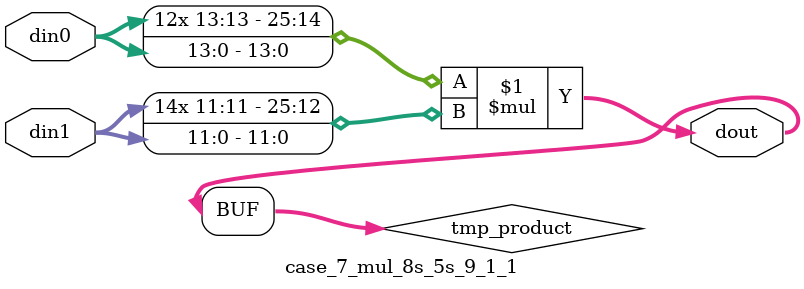
<source format=v>

`timescale 1 ns / 1 ps

 module case_7_mul_8s_5s_9_1_1(din0, din1, dout);
parameter ID = 1;
parameter NUM_STAGE = 0;
parameter din0_WIDTH = 14;
parameter din1_WIDTH = 12;
parameter dout_WIDTH = 26;

input [din0_WIDTH - 1 : 0] din0; 
input [din1_WIDTH - 1 : 0] din1; 
output [dout_WIDTH - 1 : 0] dout;

wire signed [dout_WIDTH - 1 : 0] tmp_product;



























assign tmp_product = $signed(din0) * $signed(din1);








assign dout = tmp_product;





















endmodule

</source>
